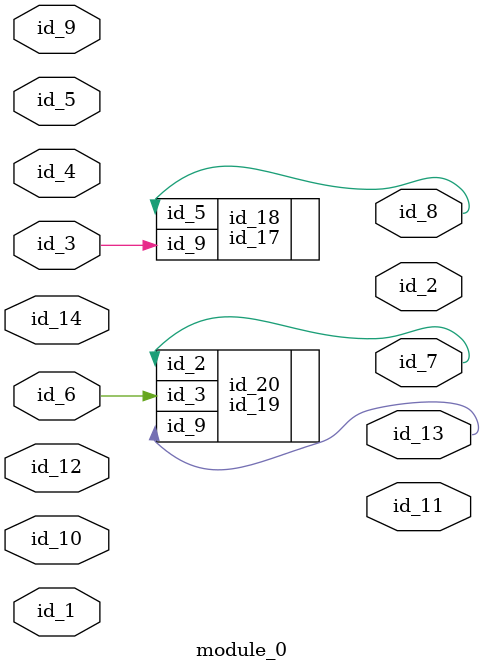
<source format=v>
`timescale 1ps / 1ps
module module_0 (
    id_1,
    id_2,
    id_3,
    id_4,
    id_5,
    id_6,
    id_7,
    id_8,
    id_9,
    id_10,
    id_11,
    id_12,
    id_13,
    id_14
);
  input id_14;
  output id_13;
  input id_12;
  output id_11;
  input id_10;
  input id_9;
  output id_8;
  output id_7;
  input id_6;
  input id_5;
  input id_4;
  input id_3;
  output id_2;
  input id_1;
  id_15 id_16 (
      .id_7 (1),
      .id_14(id_9),
      .id_8 (id_14 == 1)
  );
  id_17 id_18 (
      .id_5(id_8),
      .id_9(id_3)
  );
  id_19 id_20 (
      .id_3(id_12),
      .id_9(id_13),
      .id_3(id_6),
      .id_2(id_7)
  );
endmodule

</source>
